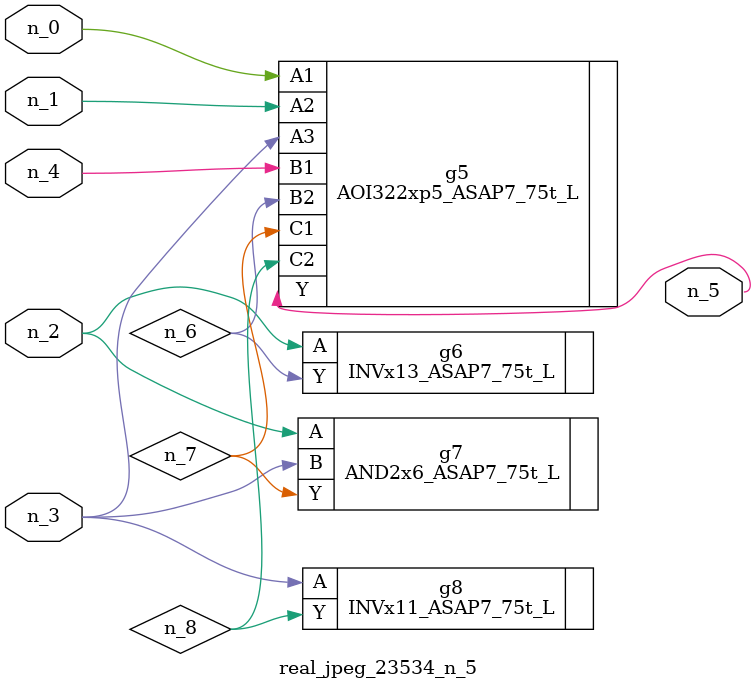
<source format=v>
module real_jpeg_23534_n_5 (n_4, n_0, n_1, n_2, n_3, n_5);

input n_4;
input n_0;
input n_1;
input n_2;
input n_3;

output n_5;

wire n_8;
wire n_6;
wire n_7;

AOI322xp5_ASAP7_75t_L g5 ( 
.A1(n_0),
.A2(n_1),
.A3(n_3),
.B1(n_4),
.B2(n_6),
.C1(n_7),
.C2(n_8),
.Y(n_5)
);

INVx13_ASAP7_75t_L g6 ( 
.A(n_2),
.Y(n_6)
);

AND2x6_ASAP7_75t_L g7 ( 
.A(n_2),
.B(n_3),
.Y(n_7)
);

INVx11_ASAP7_75t_L g8 ( 
.A(n_3),
.Y(n_8)
);


endmodule
</source>
